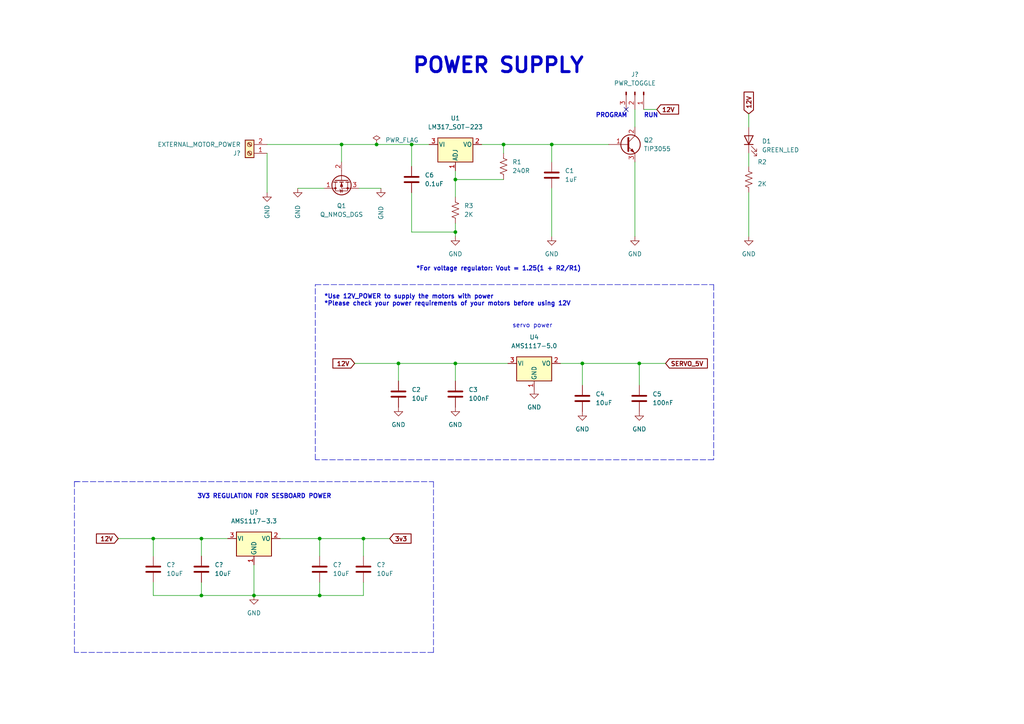
<source format=kicad_sch>
(kicad_sch (version 20211123) (generator eeschema)
  (paper "A4")
  (lib_symbols
    (symbol "Connector:Conn_01x03_Male" (pin_names (offset 1.016) hide)
      (property "Reference" "J" (at 0 5.08 0))
      (property "Value" "Conn_01x03_Male" (at 0 -5.08 0))
      (symbol "Conn_01x03_Male_1_1"
        (polyline (pts (xy 1.27 -2.54) (xy 0.8636 -2.54)) (stroke (width 0.1524)))
        (polyline (pts (xy 1.27 0) (xy 0.8636 0)) (stroke (width 0.1524)))
        (polyline (pts (xy 1.27 2.54) (xy 0.8636 2.54)) (stroke (width 0.1524)))
        (rectangle (start 0.8636 -2.413) (end 0 -2.667) (stroke (width 0.1524)) (fill (type outline)))
        (rectangle (start 0.8636 0.127) (end 0 -0.127) (stroke (width 0.1524)) (fill (type outline)))
        (rectangle (start 0.8636 2.667) (end 0 2.413) (stroke (width 0.1524)) (fill (type outline)))
        (pin passive line (at 5.08 2.54 180) (length 3.81) (name "Pin_1") (number "1"))
        (pin passive line (at 5.08 0 180) (length 3.81) (name "Pin_2") (number "2"))
        (pin passive line (at 5.08 -2.54 180) (length 3.81) (name "Pin_3") (number "3"))
      )
    )
    (symbol "Connector:Screw_Terminal_01x02" (pin_names (offset 1.016) hide)
      (property "Reference" "J" (at 0 2.54 0))
      (property "Value" "Screw_Terminal_01x02" (at 0 -5.08 0))
      (symbol "Screw_Terminal_01x02_1_1"
        (rectangle (start -1.27 1.27) (end 1.27 -3.81) (stroke (width 0.254)) (fill (type background)))
        (circle (center 0 -2.54) (radius 0.635) (stroke (width 0.1524)))
        (polyline (pts (xy -0.5334 -2.2098) (xy 0.3302 -3.048)) (stroke (width 0.1524)))
        (polyline (pts (xy -0.5334 0.3302) (xy 0.3302 -0.508)) (stroke (width 0.1524)))
        (polyline (pts (xy -0.3556 -2.032) (xy 0.508 -2.8702)) (stroke (width 0.1524)))
        (polyline (pts (xy -0.3556 0.508) (xy 0.508 -0.3302)) (stroke (width 0.1524)))
        (circle (center 0 0) (radius 0.635) (stroke (width 0.1524)))
        (pin passive line (at -5.08 0 0) (length 3.81) (name "Pin_1") (number "1"))
        (pin passive line (at -5.08 -2.54 0) (length 3.81) (name "Pin_2") (number "2"))
      )
    )
    (symbol "Device:C" (pin_numbers hide) (pin_names (offset 0.254))
      (property "Reference" "C" (at 0.635 2.54 0))
      (property "Value" "C" (at 0.635 -2.54 0))
      (symbol "C_0_1"
        (polyline (pts (xy -2.032 -0.762) (xy 2.032 -0.762)) (stroke (width 0.508)))
        (polyline (pts (xy -2.032 0.762) (xy 2.032 0.762)) (stroke (width 0.508)))
      )
      (symbol "C_1_1"
        (pin passive line (at 0 3.81 270) (length 2.794) (name "~") (number "1"))
        (pin passive line (at 0 -3.81 90) (length 2.794) (name "~") (number "2"))
      )
    )
    (symbol "Device:LED" (pin_numbers hide) (pin_names (offset 1.016) hide)
      (property "Reference" "D" (at 0 2.54 0))
      (property "Value" "LED" (at 0 -2.54 0))
      (symbol "LED_0_1"
        (polyline (pts (xy -1.27 -1.27) (xy -1.27 1.27)) (stroke (width 0.254)))
        (polyline (pts (xy -1.27 0) (xy 1.27 0)))
        (polyline (pts (xy 1.27 -1.27) (xy 1.27 1.27) (xy -1.27 0) (xy 1.27 -1.27)) (stroke (width 0.254)))
        (polyline (pts (xy -3.048 -0.762) (xy -4.572 -2.286) (xy -3.81 -2.286) (xy -4.572 -2.286) (xy -4.572 -1.524)))
        (polyline (pts (xy -1.778 -0.762) (xy -3.302 -2.286) (xy -2.54 -2.286) (xy -3.302 -2.286) (xy -3.302 -1.524)))
      )
      (symbol "LED_1_1"
        (pin passive line (at -3.81 0 0) (length 2.54) (name "K") (number "1"))
        (pin passive line (at 3.81 0 180) (length 2.54) (name "A") (number "2"))
      )
    )
    (symbol "Device:Q_NMOS_DGS" (pin_names (offset 0) hide)
      (property "Reference" "Q" (at 5.08 1.27 0))
      (property "Value" "Q_NMOS_DGS" (at 5.08 -1.27 0))
      (symbol "Q_NMOS_DGS_0_1"
        (polyline (pts (xy 0.254 0) (xy -2.54 0)))
        (polyline (pts (xy 0.254 1.905) (xy 0.254 -1.905)) (stroke (width 0.254)))
        (polyline (pts (xy 0.762 -1.27) (xy 0.762 -2.286)) (stroke (width 0.254)))
        (polyline (pts (xy 0.762 0.508) (xy 0.762 -0.508)) (stroke (width 0.254)))
        (polyline (pts (xy 0.762 2.286) (xy 0.762 1.27)) (stroke (width 0.254)))
        (polyline (pts (xy 2.54 2.54) (xy 2.54 1.778)))
        (polyline (pts (xy 2.54 -2.54) (xy 2.54 0) (xy 0.762 0)))
        (polyline (pts (xy 0.762 -1.778) (xy 3.302 -1.778) (xy 3.302 1.778) (xy 0.762 1.778)))
        (polyline (pts (xy 1.016 0) (xy 2.032 0.381) (xy 2.032 -0.381) (xy 1.016 0)) (fill (type outline)))
        (polyline (pts (xy 2.794 0.508) (xy 2.921 0.381) (xy 3.683 0.381) (xy 3.81 0.254)))
        (polyline (pts (xy 3.302 0.381) (xy 2.921 -0.254) (xy 3.683 -0.254) (xy 3.302 0.381)))
        (circle (center 1.651 0) (radius 2.794) (stroke (width 0.254)))
        (circle (center 2.54 -1.778) (radius 0.254) (fill (type outline)))
        (circle (center 2.54 1.778) (radius 0.254) (fill (type outline)))
      )
      (symbol "Q_NMOS_DGS_1_1"
        (pin passive line (at 2.54 5.08 270) (length 2.54) (name "D") (number "1"))
        (pin input line (at -5.08 0 0) (length 2.54) (name "G") (number "2"))
        (pin passive line (at 2.54 -5.08 90) (length 2.54) (name "S") (number "3"))
      )
    )
    (symbol "Device:R_US" (pin_numbers hide) (pin_names (offset 0))
      (property "Reference" "R" (at 2.54 0 90))
      (property "Value" "R_US" (at -2.54 0 90))
      (symbol "R_US_0_1"
        (polyline (pts (xy 0 -2.286) (xy 0 -2.54)))
        (polyline (pts (xy 0 2.286) (xy 0 2.54)))
        (polyline (pts (xy 0 -0.762) (xy 1.016 -1.143) (xy 0 -1.524) (xy -1.016 -1.905) (xy 0 -2.286)))
        (polyline (pts (xy 0 0.762) (xy 1.016 0.381) (xy 0 0) (xy -1.016 -0.381) (xy 0 -0.762)))
        (polyline (pts (xy 0 2.286) (xy 1.016 1.905) (xy 0 1.524) (xy -1.016 1.143) (xy 0 0.762)))
      )
      (symbol "R_US_1_1"
        (pin passive line (at 0 3.81 270) (length 1.27) (name "~") (number "1"))
        (pin passive line (at 0 -3.81 90) (length 1.27) (name "~") (number "2"))
      )
    )
    (symbol "Regulator_Linear:AMS1117-3.3" (pin_names (offset 0.254))
      (property "Reference" "U" (at -3.81 3.175 0))
      (property "Value" "AMS1117-3.3" (at 0 3.175 0))
      (symbol "AMS1117-3.3_0_1"
        (rectangle (start -5.08 -5.08) (end 5.08 1.905) (stroke (width 0.254)) (fill (type background)))
      )
      (symbol "AMS1117-3.3_1_1"
        (pin power_in line (at 0 -7.62 90) (length 2.54) (name "GND") (number "1"))
        (pin power_out line (at 7.62 0 180) (length 2.54) (name "VO") (number "2"))
        (pin power_in line (at -7.62 0 0) (length 2.54) (name "VI") (number "3"))
      )
    )
    (symbol "Regulator_Linear:AMS1117-5.0" (pin_names (offset 0.254))
      (property "Reference" "U" (at -3.81 3.175 0))
      (property "Value" "AMS1117-5.0" (at 0 3.175 0))
      (symbol "AMS1117-5.0_0_1"
        (rectangle (start -5.08 -5.08) (end 5.08 1.905) (stroke (width 0.254)) (fill (type background)))
      )
      (symbol "AMS1117-5.0_1_1"
        (pin power_in line (at 0 -7.62 90) (length 2.54) (name "GND") (number "1"))
        (pin power_out line (at 7.62 0 180) (length 2.54) (name "VO") (number "2"))
        (pin power_in line (at -7.62 0 0) (length 2.54) (name "VI") (number "3"))
      )
    )
    (symbol "Regulator_Linear:LM317_SOT-223" (pin_names (offset 0.254))
      (property "Reference" "U" (at -3.81 3.175 0))
      (property "Value" "LM317_SOT-223" (at 0 3.175 0))
      (symbol "LM317_SOT-223_0_1"
        (rectangle (start -5.08 1.905) (end 5.08 -5.08) (stroke (width 0.254)) (fill (type background)))
      )
      (symbol "LM317_SOT-223_1_1"
        (pin input line (at 0 -7.62 90) (length 2.54) (name "ADJ") (number "1"))
        (pin power_out line (at 7.62 0 180) (length 2.54) (name "VO") (number "2"))
        (pin power_in line (at -7.62 0 0) (length 2.54) (name "VI") (number "3"))
      )
    )
    (symbol "Transistor_BJT:TIP3055" (pin_names (offset 0) hide)
      (property "Reference" "Q" (at 5.08 1.905 0))
      (property "Value" "TIP3055" (at 5.08 0 0))
      (symbol "TIP3055_0_1"
        (polyline (pts (xy 0.635 0.635) (xy 2.54 2.54)))
        (polyline (pts (xy 0.635 -0.635) (xy 2.54 -2.54) (xy 2.54 -2.54)))
        (polyline (pts (xy 0.635 1.905) (xy 0.635 -1.905) (xy 0.635 -1.905)) (stroke (width 0.508)))
        (polyline (pts (xy 1.27 -1.778) (xy 1.778 -1.27) (xy 2.286 -2.286) (xy 1.27 -1.778) (xy 1.27 -1.778)) (fill (type outline)))
        (circle (center 1.27 0) (radius 2.8194) (stroke (width 0.254)))
      )
      (symbol "TIP3055_1_1"
        (pin input line (at -5.08 0 0) (length 5.715) (name "B") (number "1"))
        (pin passive line (at 2.54 5.08 270) (length 2.54) (name "C") (number "2"))
        (pin passive line (at 2.54 -5.08 90) (length 2.54) (name "E") (number "3"))
      )
    )
    (symbol "power:GND" (power) (pin_names (offset 0))
      (property "Value" "GND" (at 0 -3.81 0))
      (symbol "GND_0_1"
        (polyline (pts (xy 0 0) (xy 0 -1.27) (xy 1.27 -1.27) (xy 0 -2.54) (xy -1.27 -1.27) (xy 0 -1.27)))
      )
      (symbol "GND_1_1"
        (pin power_in line (at 0 0 270) (length 0) hide (name "GND") (number "1"))
      )
    )
    (symbol "power:PWR_FLAG" (power) (pin_numbers hide) (pin_names (offset 0) hide)
      (property "Value" "PWR_FLAG" (at 0 3.81 0))
      (symbol "PWR_FLAG_0_0"
        (pin power_out line (at 0 0 90) (length 0) (name "pwr") (number "1"))
      )
      (symbol "PWR_FLAG_0_1"
        (polyline (pts (xy 0 0) (xy 0 1.27) (xy -1.016 1.905) (xy 0 2.54) (xy 1.016 1.905) (xy 0 1.27)))
      )
    )
  )
  (junction (at 92.71 172.72))
  (junction (at 115.57 105.41))
  (junction (at 185.42 105.41))
  (junction (at 168.91 105.41))
  (junction (at 119.38 41.91))
  (junction (at 132.08 52.07))
  (junction (at 160.02 41.91))
  (junction (at 58.42 172.72))
  (junction (at 92.71 156.21))
  (junction (at 99.06 41.91))
  (junction (at 109.22 41.91))
  (junction (at 73.66 172.72))
  (junction (at 58.42 156.21))
  (junction (at 132.08 105.41))
  (junction (at 44.45 156.21))
  (junction (at 132.08 67.31))
  (junction (at 146.05 41.91))
  (junction (at 105.41 156.21))
  (no_connect (at 181.61 31.75))
  (wire (pts (xy 160.02 46.99) (xy 160.02 41.91)))
  (polyline (pts (xy 21.59 189.23) (xy 21.59 139.7)))
  (wire (pts (xy 105.41 172.72) (xy 105.41 168.91)))
  (wire (pts (xy 132.08 105.41) (xy 115.57 105.41)))
  (wire (pts (xy 86.36 54.61) (xy 93.98 54.61)))
  (wire (pts (xy 162.56 105.41) (xy 168.91 105.41)))
  (wire (pts (xy 132.08 64.77) (xy 132.08 67.31)))
  (wire (pts (xy 132.08 52.07) (xy 132.08 57.15)))
  (polyline (pts (xy 207.01 133.35) (xy 91.44 133.35)))
  (wire (pts (xy 105.41 161.29) (xy 105.41 156.21)))
  (wire (pts (xy 119.38 41.91) (xy 124.46 41.91)))
  (wire (pts (xy 99.06 41.91) (xy 109.22 41.91)))
  (wire (pts (xy 217.17 68.58) (xy 217.17 55.88)))
  (wire (pts (xy 58.42 156.21) (xy 66.04 156.21)))
  (polyline (pts (xy 91.44 133.35) (xy 91.44 82.55)))
  (wire (pts (xy 58.42 172.72) (xy 73.66 172.72)))
  (wire (pts (xy 34.29 156.21) (xy 44.45 156.21)))
  (polyline (pts (xy 91.44 82.55) (xy 207.01 82.55)))
  (polyline (pts (xy 125.73 139.7) (xy 125.73 189.23)))
  (polyline (pts (xy 207.01 82.55) (xy 207.01 133.35)))
  (wire (pts (xy 132.08 105.41) (xy 132.08 110.49)))
  (wire (pts (xy 58.42 156.21) (xy 58.42 161.29)))
  (wire (pts (xy 184.15 46.99) (xy 184.15 68.58)))
  (wire (pts (xy 58.42 168.91) (xy 58.42 172.72)))
  (wire (pts (xy 160.02 41.91) (xy 176.53 41.91)))
  (wire (pts (xy 119.38 55.88) (xy 119.38 67.31)))
  (wire (pts (xy 73.66 172.72) (xy 92.71 172.72)))
  (wire (pts (xy 77.47 44.45) (xy 77.47 55.88)))
  (wire (pts (xy 92.71 156.21) (xy 105.41 156.21)))
  (wire (pts (xy 119.38 41.91) (xy 119.38 48.26)))
  (wire (pts (xy 92.71 156.21) (xy 92.71 161.29)))
  (wire (pts (xy 147.32 105.41) (xy 132.08 105.41)))
  (wire (pts (xy 168.91 105.41) (xy 168.91 111.76)))
  (wire (pts (xy 102.87 105.41) (xy 115.57 105.41)))
  (wire (pts (xy 146.05 41.91) (xy 139.7 41.91)))
  (wire (pts (xy 81.28 156.21) (xy 92.71 156.21)))
  (wire (pts (xy 73.66 163.83) (xy 73.66 172.72)))
  (wire (pts (xy 146.05 44.45) (xy 146.05 41.91)))
  (wire (pts (xy 92.71 172.72) (xy 105.41 172.72)))
  (wire (pts (xy 44.45 156.21) (xy 58.42 156.21)))
  (wire (pts (xy 217.17 33.02) (xy 217.17 36.83)))
  (wire (pts (xy 105.41 156.21) (xy 113.03 156.21)))
  (wire (pts (xy 92.71 168.91) (xy 92.71 172.72)))
  (wire (pts (xy 186.69 31.75) (xy 190.5 31.75)))
  (wire (pts (xy 109.22 41.91) (xy 119.38 41.91)))
  (wire (pts (xy 217.17 44.45) (xy 217.17 48.26)))
  (wire (pts (xy 44.45 172.72) (xy 58.42 172.72)))
  (wire (pts (xy 168.91 105.41) (xy 185.42 105.41)))
  (wire (pts (xy 160.02 54.61) (xy 160.02 68.58)))
  (wire (pts (xy 115.57 105.41) (xy 115.57 110.49)))
  (wire (pts (xy 44.45 161.29) (xy 44.45 156.21)))
  (wire (pts (xy 184.15 31.75) (xy 184.15 36.83)))
  (wire (pts (xy 119.38 67.31) (xy 132.08 67.31)))
  (polyline (pts (xy 125.73 189.23) (xy 21.59 189.23)))
  (wire (pts (xy 160.02 41.91) (xy 146.05 41.91)))
  (wire (pts (xy 104.14 54.61) (xy 110.49 54.61)))
  (wire (pts (xy 132.08 67.31) (xy 132.08 68.58)))
  (polyline (pts (xy 21.59 139.7) (xy 125.73 139.7)))
  (wire (pts (xy 185.42 105.41) (xy 185.42 111.76)))
  (polyline (pts (xy 21.59 139.7) (xy 22.86 139.7)))
  (wire (pts (xy 99.06 46.99) (xy 99.06 41.91)))
  (wire (pts (xy 132.08 52.07) (xy 132.08 49.53)))
  (wire (pts (xy 77.47 41.91) (xy 99.06 41.91)))
  (wire (pts (xy 44.45 168.91) (xy 44.45 172.72)))
  (wire (pts (xy 132.08 52.07) (xy 146.05 52.07)))
  (wire (pts (xy 185.42 105.41) (xy 193.04 105.41)))
  (text "*Use 12V_POWER to supply the motors with power\n*Please check your power requirements of your motors before using 12V\n" (at 93.98 88.9 0) (effects (font (size 1.27 1.27) bold) (justify left bottom)))
  (text "POWER SUPPLY" (at 119.38 21.59 0) (effects (font (size 4.27 4.27) bold) (justify left bottom)))
  (text "RUN" (at 186.69 34.29 0) (effects (font (size 1.27 1.27) bold) (justify left bottom)))
  (text "*For voltage regulator: Vout = 1.25(1 + R2/R1)" (at 120.65 78.74 0) (effects (font (size 1.27 1.27) bold) (justify left bottom)))
  (text "3V3 REGULATION FOR SESBOARD POWER \n" (at 57.15 144.78 0) (effects (font (size 1.27 1.27) bold) (justify left bottom)))
  (text "PROGRAM\n" (at 172.72 34.29 0) (effects (font (size 1.27 1.27) bold) (justify left bottom)))
  (text "servo power\n" (at 148.59 95.25 0) (effects (font (size 1.27 1.27)) (justify left bottom)))
  (global_label "12V" (shape input) (at 217.17 33.02 90) (effects (font bold)) (property "Intersheet References" "${INTERSHEET_REFS}" (effects hide)))
  (global_label "12V" (shape input) (at 34.29 156.21 180) (effects (font bold)) (property "Intersheet References" "${INTERSHEET_REFS}" (effects hide)))
  (global_label "SERVO_5V" (shape input) (at 193.04 105.41 0) (effects (font bold)) (property "Intersheet References" "${INTERSHEET_REFS}" (effects hide)))
  (global_label "3v3" (shape input) (at 113.03 156.21 0) (effects (font bold)) (property "Intersheet References" "${INTERSHEET_REFS}" (effects hide)))
  (global_label "12V" (shape input) (at 190.5 31.75 0) (effects (font bold)) (property "Intersheet References" "${INTERSHEET_REFS}" (effects hide)))
  (global_label "12V" (shape input) (at 102.87 105.41 180) (effects (font bold)) (property "Intersheet References" "${INTERSHEET_REFS}" (effects hide)))
  (symbol (lib_id "Device:LED") (at 217.17 40.64 90) (unit 1)
    (property "Reference" "D1" (at 220.98 40.9574 90) (effects (justify right)))
    (property "Value" "GREEN_LED" (at 220.98 43.4974 90) (effects (justify right)))
    (property "Footprint" "LED_SMD:LED_0603_1608Metric" (effects hide))
  )
  (symbol (lib_id "Device:R_US") (at 217.17 52.07 0) (unit 1)
    (property "Reference" "R2" (at 219.71 46.9899 0) (effects (justify left)))
    (property "Value" "2K" (at 219.71 53.3399 0) (effects (justify left)))
    (property "Footprint" "Resistor_SMD:R_0603_1608Metric" (effects hide))
  )
  (symbol (lib_id "power:GND") (at 73.66 172.72 0) (unit 1)
    (property "Reference" "#PWR?" (effects hide))
    (property "Value" "GND" (at 73.66 177.8 0))
  )
  (symbol (lib_id "Device:R_US") (at 132.08 60.96 0) (unit 1)
    (property "Reference" "R3" (at 134.62 59.6899 0) (effects (justify left)))
    (property "Value" "2K" (at 134.62 62.2299 0) (effects (justify left)))
    (property "Footprint" "Resistor_SMD:R_0603_1608Metric" (effects hide))
  )
  (symbol (lib_id "power:PWR_FLAG") (at 109.22 41.91 0) (unit 1)
    (property "Reference" "#FLG0101" (effects hide))
    (property "Value" "PWR_FLAG" (at 111.76 40.6399 0) (effects (justify left)))
  )
  (symbol (lib_id "Device:C") (at 168.91 115.57 0) (unit 1)
    (property "Reference" "C4" (at 172.72 114.2999 0) (effects (justify left)))
    (property "Value" "10uF" (at 172.72 116.8399 0) (effects (justify left)))
    (property "Footprint" "Capacitor_SMD:C_0603_1608Metric" (effects hide))
  )
  (symbol (lib_id "Device:C") (at 185.42 115.57 0) (unit 1)
    (property "Reference" "C5" (at 189.23 114.2999 0) (effects (justify left)))
    (property "Value" "100nF" (at 189.23 116.8399 0) (effects (justify left)))
    (property "Footprint" "Capacitor_SMD:C_0603_1608Metric_Pad1.08x0.95mm_HandSolder" (effects hide))
  )
  (symbol (lib_id "Regulator_Linear:AMS1117-5.0") (at 154.94 105.41 0) (unit 1)
    (property "Reference" "U4" (at 154.94 97.79 0))
    (property "Value" "AMS1117-5.0" (at 154.94 100.33 0))
    (property "Footprint" "Package_TO_SOT_SMD:SOT-223-3_TabPin2" (effects hide))
    (property "Datasheet" "http://www.advanced-monolithic.com/pdf/ds1117.pdf" (effects hide))
  )
  (symbol (lib_id "power:GND") (at 217.17 68.58 0) (unit 1)
    (property "Reference" "#PWR08" (effects hide))
    (property "Value" "GND" (at 217.17 73.66 0))
  )
  (symbol (lib_id "Device:C") (at 115.57 114.3 0) (unit 1)
    (property "Reference" "C2" (at 119.38 113.0299 0) (effects (justify left)))
    (property "Value" "10uF" (at 119.38 115.5699 0) (effects (justify left)))
    (property "Footprint" "Capacitor_SMD:C_0603_1608Metric" (effects hide))
  )
  (symbol (lib_id "power:GND") (at 132.08 68.58 0) (unit 1)
    (property "Reference" "#PWR04" (effects hide))
    (property "Value" "GND" (at 132.08 73.66 0))
  )
  (symbol (lib_id "Device:C") (at 105.41 165.1 0) (unit 1)
    (property "Reference" "C?" (at 109.22 163.8299 0) (effects (justify left)))
    (property "Value" "10uF" (at 109.22 166.3699 0) (effects (justify left)))
    (property "Footprint" "Capacitor_SMD:C_0603_1608Metric" (effects hide))
  )
  (symbol (lib_id "power:GND") (at 185.42 119.38 0) (unit 1)
    (property "Reference" "#PWR020" (effects hide))
    (property "Value" "GND" (at 185.42 124.46 0))
  )
  (symbol (lib_id "power:GND") (at 110.49 54.61 0) (unit 1)
    (property "Reference" "#PWR03" (effects hide))
    (property "Value" "GND" (at 110.49 59.69 90) (effects (justify right)))
  )
  (symbol (lib_id "Connector:Conn_01x03_Male") (at 184.15 26.67 270) (unit 1)
    (property "Reference" "J?" (at 184.15 21.59 90))
    (property "Value" "PWR_TOGGLE" (at 184.15 24.13 90))
  )
  (symbol (lib_id "power:GND") (at 154.94 113.03 0) (unit 1)
    (property "Reference" "#PWR018" (effects hide))
    (property "Value" "GND" (at 154.94 118.11 0))
  )
  (symbol (lib_id "power:GND") (at 168.91 119.38 0) (unit 1)
    (property "Reference" "#PWR019" (effects hide))
    (property "Value" "GND" (at 168.91 124.46 0))
  )
  (symbol (lib_id "Device:C") (at 44.45 165.1 0) (unit 1)
    (property "Reference" "C?" (at 48.26 163.8299 0) (effects (justify left)))
    (property "Value" "10uF" (at 48.26 166.3699 0) (effects (justify left)))
    (property "Footprint" "Capacitor_SMD:C_0603_1608Metric" (effects hide))
  )
  (symbol (lib_id "power:GND") (at 132.08 118.11 0) (unit 1)
    (property "Reference" "#PWR017" (effects hide))
    (property "Value" "GND" (at 132.08 123.19 0))
  )
  (symbol (lib_id "power:GND") (at 160.02 68.58 0) (unit 1)
    (property "Reference" "#PWR06" (effects hide))
    (property "Value" "GND" (at 160.02 73.66 0))
  )
  (symbol (lib_id "Transistor_BJT:TIP3055") (at 181.61 41.91 0) (unit 1)
    (property "Reference" "Q2" (at 186.69 40.6399 0) (effects (justify left)))
    (property "Value" "TIP3055" (at 186.69 43.1799 0) (effects (justify left)))
    (property "Footprint" "Package_TO_SOT_THT:TO-220-3_Vertical" (effects hide))
    (property "Datasheet" "http://www.onsemi.com/pub_link/Collateral/TIP3055-D.PDF" (effects hide))
  )
  (symbol (lib_id "power:GND") (at 77.47 55.88 0) (unit 1)
    (property "Reference" "#PWR01" (effects hide))
    (property "Value" "GND" (at 77.47 63.5 90) (effects (justify left)))
  )
  (symbol (lib_id "power:GND") (at 115.57 118.11 0) (unit 1)
    (property "Reference" "#PWR016" (effects hide))
    (property "Value" "GND" (at 115.57 123.19 0))
  )
  (symbol (lib_id "Regulator_Linear:LM317_SOT-223") (at 132.08 41.91 0) (unit 1)
    (property "Reference" "U1" (at 132.08 34.29 0))
    (property "Value" "LM317_SOT-223" (at 132.08 36.83 0))
    (property "Footprint" "Package_TO_SOT_SMD:SOT-223-3_TabPin2" (effects hide))
    (property "Datasheet" "http://www.ti.com/lit/ds/symlink/lm317.pdf" (effects hide))
  )
  (symbol (lib_id "Device:C") (at 132.08 114.3 0) (unit 1)
    (property "Reference" "C3" (at 135.89 113.0299 0) (effects (justify left)))
    (property "Value" "100nF" (at 135.89 115.5699 0) (effects (justify left)))
    (property "Footprint" "Capacitor_SMD:C_0603_1608Metric" (effects hide))
  )
  (symbol (lib_id "Connector:Screw_Terminal_01x02") (at 72.39 44.45 180) (unit 1)
    (property "Reference" "J?" (at 69.85 44.4501 0) (effects (justify left)))
    (property "Value" "EXTERNAL_MOTOR_POWER" (at 69.85 41.9101 0) (effects (justify left)))
    (property "Footprint" "TerminalBlock_Phoenix:TerminalBlock_Phoenix_MKDS-1,5-2_1x02_P5.00mm_Horizontal" (effects hide))
  )
  (symbol (lib_id "Device:Q_NMOS_DGS") (at 99.06 52.07 90) (mirror x) (unit 1)
    (property "Reference" "Q1" (at 99.06 59.69 90))
    (property "Value" "Q_NMOS_DGS" (at 99.06 62.23 90))
    (property "Footprint" "Package_TO_SOT_THT:TO-220-3_Vertical" (effects hide))
  )
  (symbol (lib_id "Device:C") (at 160.02 50.8 0) (unit 1)
    (property "Reference" "C1" (at 163.83 49.5299 0) (effects (justify left)))
    (property "Value" "1uF" (at 163.83 52.0699 0) (effects (justify left)))
    (property "Footprint" "Capacitor_SMD:C_0603_1608Metric" (effects hide))
  )
  (symbol (lib_id "Device:C") (at 58.42 165.1 0) (unit 1)
    (property "Reference" "C?" (at 62.23 163.8299 0) (effects (justify left)))
    (property "Value" "10uF" (at 62.23 166.3699 0) (effects (justify left)))
    (property "Footprint" "Capacitor_SMD:C_0603_1608Metric" (effects hide))
  )
  (symbol (lib_id "Device:R_US") (at 146.05 48.26 0) (unit 1)
    (property "Reference" "R1" (at 148.59 46.9899 0) (effects (justify left)))
    (property "Value" "240R" (at 148.59 49.5299 0) (effects (justify left)))
    (property "Footprint" "Resistor_SMD:R_0603_1608Metric" (effects hide))
  )
  (symbol (lib_id "Device:C") (at 92.71 165.1 0) (unit 1)
    (property "Reference" "C?" (at 96.52 163.8299 0) (effects (justify left)))
    (property "Value" "10uF" (at 96.52 166.3699 0) (effects (justify left)))
    (property "Footprint" "Capacitor_SMD:C_0603_1608Metric" (effects hide))
  )
  (symbol (lib_id "Device:C") (at 119.38 52.07 0) (unit 1)
    (property "Reference" "C6" (at 123.19 50.7999 0) (effects (justify left)))
    (property "Value" "0.1uF" (at 123.19 53.3399 0) (effects (justify left)))
    (property "Footprint" "Capacitor_SMD:C_0603_1608Metric" (effects hide))
  )
  (symbol (lib_id "power:GND") (at 184.15 68.58 0) (unit 1)
    (property "Reference" "#PWR07" (effects hide))
    (property "Value" "GND" (at 184.15 73.66 0))
  )
  (symbol (lib_id "power:GND") (at 86.36 54.61 0) (unit 1)
    (property "Reference" "#PWR02" (effects hide))
    (property "Value" "GND" (at 86.36 63.5 90) (effects (justify left)))
  )
  (symbol (lib_id "Regulator_Linear:AMS1117-3.3") (at 73.66 156.21 0) (unit 1)
    (property "Reference" "U?" (at 73.66 148.59 0))
    (property "Value" "AMS1117-3.3" (at 73.66 151.13 0))
    (property "Footprint" "Package_TO_SOT_SMD:SOT-223-3_TabPin2" (effects hide))
    (property "Datasheet" "http://www.advanced-monolithic.com/pdf/ds1117.pdf" (effects hide))
  )
)
</source>
